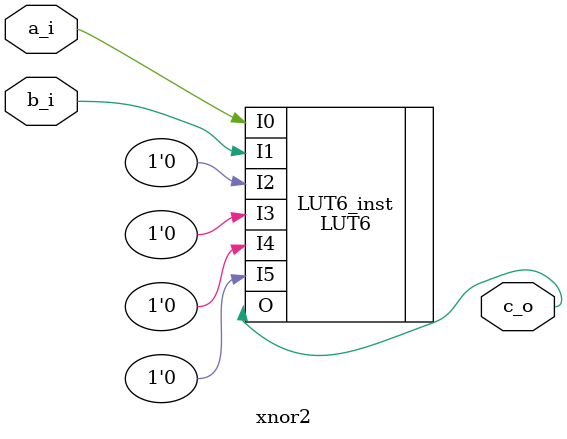
<source format=sv>
module xnor2
  (input [0:0] a_i
  ,input [0:0] b_i
  ,output [0:0] c_o);

   // For Lab 3, do not use _any_ behavioral verilog in this
   // module. You may use assign statments to connect wires, but not
   // to perform logic. 

   // Your code here:

  LUT6
    #(.INIT(64'b1001100110011001100110011001100110011001100110011001100110011001))
  LUT6_inst (
    .I0(a_i),
    .I1(b_i),
    .I2(1'b0),
    .I3(1'b0),
    .I4(1'b0),
    .I5(1'b0),
    .O(c_o)
  );

endmodule

</source>
